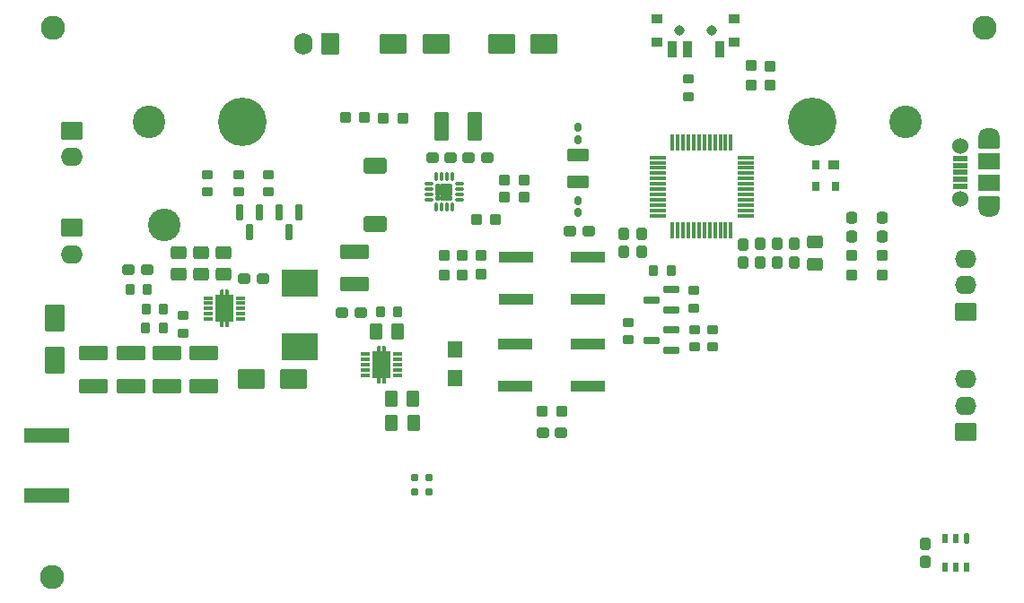
<source format=gts>
G04 #@! TF.GenerationSoftware,KiCad,Pcbnew,7.0.11-2.fc39*
G04 #@! TF.CreationDate,2024-05-02T20:43:30+03:00*
G04 #@! TF.ProjectId,mainboard_v1.1,6d61696e-626f-4617-9264-5f76312e312e,rev?*
G04 #@! TF.SameCoordinates,Original*
G04 #@! TF.FileFunction,Soldermask,Top*
G04 #@! TF.FilePolarity,Negative*
%FSLAX46Y46*%
G04 Gerber Fmt 4.6, Leading zero omitted, Abs format (unit mm)*
G04 Created by KiCad (PCBNEW 7.0.11-2.fc39) date 2024-05-02 20:43:30*
%MOMM*%
%LPD*%
G01*
G04 APERTURE LIST*
G04 Aperture macros list*
%AMRoundRect*
0 Rectangle with rounded corners*
0 $1 Rounding radius*
0 $2 $3 $4 $5 $6 $7 $8 $9 X,Y pos of 4 corners*
0 Add a 4 corners polygon primitive as box body*
4,1,4,$2,$3,$4,$5,$6,$7,$8,$9,$2,$3,0*
0 Add four circle primitives for the rounded corners*
1,1,$1+$1,$2,$3*
1,1,$1+$1,$4,$5*
1,1,$1+$1,$6,$7*
1,1,$1+$1,$8,$9*
0 Add four rect primitives between the rounded corners*
20,1,$1+$1,$2,$3,$4,$5,0*
20,1,$1+$1,$4,$5,$6,$7,0*
20,1,$1+$1,$6,$7,$8,$9,0*
20,1,$1+$1,$8,$9,$2,$3,0*%
%AMFreePoly0*
4,1,45,-0.098130,1.726870,-0.087000,1.700000,-0.087000,1.238000,0.087000,1.238000,0.087000,1.700000,0.098130,1.726870,0.125000,1.738000,0.375000,1.738000,0.401870,1.726870,0.413000,1.700000,0.413000,1.238000,0.825000,1.238000,0.851870,1.226870,0.863000,1.200000,0.863000,-1.200000,0.851870,-1.226870,0.825000,-1.238000,0.413000,-1.238000,0.413000,-1.700000,0.401870,-1.726870,
0.375000,-1.738000,0.125000,-1.738000,0.098130,-1.726870,0.087000,-1.700000,0.087000,-1.238000,-0.087000,-1.238000,-0.087000,-1.700000,-0.098130,-1.726870,-0.125000,-1.738000,-0.375000,-1.738000,-0.401870,-1.726870,-0.413000,-1.700000,-0.413000,-1.238000,-0.825000,-1.238000,-0.851870,-1.226870,-0.863000,-1.200000,-0.863000,1.200000,-0.851870,1.226870,-0.825000,1.238000,-0.413000,1.238000,
-0.413000,1.700000,-0.401870,1.726870,-0.375000,1.738000,-0.125000,1.738000,-0.098130,1.726870,-0.098130,1.726870,$1*%
G04 Aperture macros list end*
%ADD10RoundRect,0.079000X0.369000X0.079000X-0.369000X0.079000X-0.369000X-0.079000X0.369000X-0.079000X0*%
%ADD11C,0.776000*%
%ADD12FreePoly0,180.000000*%
%ADD13RoundRect,0.169000X0.606500X0.169000X-0.606500X0.169000X-0.606500X-0.169000X0.606500X-0.169000X0*%
%ADD14RoundRect,0.261176X0.626824X0.776824X-0.626824X0.776824X-0.626824X-0.776824X0.626824X-0.776824X0*%
%ADD15O,1.776000X2.076000*%
%ADD16C,2.276000*%
%ADD17RoundRect,0.038000X-0.950000X0.550000X-0.950000X-0.550000X0.950000X-0.550000X0.950000X0.550000X0*%
%ADD18RoundRect,0.174000X-0.174000X0.231500X-0.174000X-0.231500X0.174000X-0.231500X0.174000X0.231500X0*%
%ADD19RoundRect,0.264340X-1.123660X0.436160X-1.123660X-0.436160X1.123660X-0.436160X1.123660X0.436160X0*%
%ADD20RoundRect,0.256500X-0.256500X0.319000X-0.256500X-0.319000X0.256500X-0.319000X0.256500X0.319000X0*%
%ADD21RoundRect,0.260556X-1.027444X-0.677444X1.027444X-0.677444X1.027444X0.677444X-1.027444X0.677444X0*%
%ADD22RoundRect,0.219000X-0.219000X-0.294000X0.219000X-0.294000X0.219000X0.294000X-0.219000X0.294000X0*%
%ADD23RoundRect,0.219000X0.294000X-0.219000X0.294000X0.219000X-0.294000X0.219000X-0.294000X-0.219000X0*%
%ADD24RoundRect,0.266170X0.359330X0.496830X-0.359330X0.496830X-0.359330X-0.496830X0.359330X-0.496830X0*%
%ADD25RoundRect,0.256500X-0.319000X-0.256500X0.319000X-0.256500X0.319000X0.256500X-0.319000X0.256500X0*%
%ADD26RoundRect,0.266170X-0.496830X0.359330X-0.496830X-0.359330X0.496830X-0.359330X0.496830X0.359330X0*%
%ADD27RoundRect,0.394000X-0.744000X0.394000X-0.744000X-0.394000X0.744000X-0.394000X0.744000X0.394000X0*%
%ADD28RoundRect,0.038000X-0.125000X-0.350000X0.125000X-0.350000X0.125000X0.350000X-0.125000X0.350000X0*%
%ADD29RoundRect,0.038000X-0.350000X0.125000X-0.350000X-0.125000X0.350000X-0.125000X0.350000X0.125000X0*%
%ADD30RoundRect,0.038000X-0.181250X0.181250X-0.181250X-0.181250X0.181250X-0.181250X0.181250X0.181250X0*%
%ADD31RoundRect,0.169000X-0.169000X0.606500X-0.169000X-0.606500X0.169000X-0.606500X0.169000X0.606500X0*%
%ADD32RoundRect,0.038000X1.600000X0.500000X-1.600000X0.500000X-1.600000X-0.500000X1.600000X-0.500000X0*%
%ADD33RoundRect,0.256500X0.319000X0.256500X-0.319000X0.256500X-0.319000X-0.256500X0.319000X-0.256500X0*%
%ADD34RoundRect,0.256500X-0.256500X0.306500X-0.256500X-0.306500X0.256500X-0.306500X0.256500X0.306500X0*%
%ADD35RoundRect,0.256500X0.269000X0.256500X-0.269000X0.256500X-0.269000X-0.256500X0.269000X-0.256500X0*%
%ADD36RoundRect,0.038000X0.200000X0.430000X-0.200000X0.430000X-0.200000X-0.430000X0.200000X-0.430000X0*%
%ADD37RoundRect,0.038000X0.200000X0.400000X-0.200000X0.400000X-0.200000X-0.400000X0.200000X-0.400000X0*%
%ADD38RoundRect,0.264340X1.123660X-0.436160X1.123660X0.436160X-1.123660X0.436160X-1.123660X-0.436160X0*%
%ADD39RoundRect,0.260556X1.027444X0.677444X-1.027444X0.677444X-1.027444X-0.677444X1.027444X-0.677444X0*%
%ADD40RoundRect,0.038000X0.600000X-0.750000X0.600000X0.750000X-0.600000X0.750000X-0.600000X-0.750000X0*%
%ADD41RoundRect,0.256500X-0.256500X0.269000X-0.256500X-0.269000X0.256500X-0.269000X0.256500X0.269000X0*%
%ADD42RoundRect,0.094000X-0.681500X-0.094000X0.681500X-0.094000X0.681500X0.094000X-0.681500X0.094000X0*%
%ADD43RoundRect,0.094000X-0.094000X-0.681500X0.094000X-0.681500X0.094000X0.681500X-0.094000X0.681500X0*%
%ADD44RoundRect,0.079000X-0.369000X-0.079000X0.369000X-0.079000X0.369000X0.079000X-0.369000X0.079000X0*%
%ADD45FreePoly0,0.000000*%
%ADD46RoundRect,0.256500X0.256500X-0.269000X0.256500X0.269000X-0.256500X0.269000X-0.256500X-0.269000X0*%
%ADD47RoundRect,0.256500X-0.269000X-0.256500X0.269000X-0.256500X0.269000X0.256500X-0.269000X0.256500X0*%
%ADD48RoundRect,0.261176X-0.776824X0.626824X-0.776824X-0.626824X0.776824X-0.626824X0.776824X0.626824X0*%
%ADD49O,2.076000X1.776000*%
%ADD50RoundRect,0.260556X-0.677444X1.027444X-0.677444X-1.027444X0.677444X-1.027444X0.677444X1.027444X0*%
%ADD51RoundRect,0.219000X0.219000X0.294000X-0.219000X0.294000X-0.219000X-0.294000X0.219000X-0.294000X0*%
%ADD52RoundRect,0.038000X0.675000X-0.200000X0.675000X0.200000X-0.675000X0.200000X-0.675000X-0.200000X0*%
%ADD53O,1.976000X1.276000*%
%ADD54RoundRect,0.038000X0.950000X-0.600000X0.950000X0.600000X-0.950000X0.600000X-0.950000X-0.600000X0*%
%ADD55C,1.526000*%
%ADD56RoundRect,0.038000X0.950000X-0.750000X0.950000X0.750000X-0.950000X0.750000X-0.950000X-0.750000X0*%
%ADD57RoundRect,0.261176X0.751824X-0.626824X0.751824X0.626824X-0.751824X0.626824X-0.751824X-0.626824X0*%
%ADD58O,2.026000X1.776000*%
%ADD59RoundRect,0.038000X0.500000X0.400000X-0.500000X0.400000X-0.500000X-0.400000X0.500000X-0.400000X0*%
%ADD60C,0.976000*%
%ADD61RoundRect,0.038000X0.350000X0.750000X-0.350000X0.750000X-0.350000X-0.750000X0.350000X-0.750000X0*%
%ADD62RoundRect,0.219000X-0.294000X0.219000X-0.294000X-0.219000X0.294000X-0.219000X0.294000X0.219000X0*%
%ADD63RoundRect,0.174000X0.174000X-0.231500X0.174000X0.231500X-0.174000X0.231500X-0.174000X-0.231500X0*%
%ADD64RoundRect,0.038000X-0.500000X0.350000X-0.500000X-0.350000X0.500000X-0.350000X0.500000X0.350000X0*%
%ADD65RoundRect,0.038000X-0.300000X0.350000X-0.300000X-0.350000X0.300000X-0.350000X0.300000X0.350000X0*%
%ADD66RoundRect,0.038000X-1.625000X1.250000X-1.625000X-1.250000X1.625000X-1.250000X1.625000X1.250000X0*%
%ADD67RoundRect,0.264340X-0.436160X-1.123660X0.436160X-1.123660X0.436160X1.123660X-0.436160X1.123660X0*%
%ADD68C,4.576000*%
%ADD69C,3.076000*%
%ADD70RoundRect,0.038000X2.100000X-0.675000X2.100000X0.675000X-2.100000X0.675000X-2.100000X-0.675000X0*%
G04 APERTURE END LIST*
D10*
X161666250Y-70463750D03*
X161666250Y-69963750D03*
X161666250Y-69463750D03*
X161666250Y-68963750D03*
X161666250Y-68463750D03*
X158646250Y-68463750D03*
X158646250Y-68963750D03*
X158646250Y-69463750D03*
X158646250Y-69963750D03*
X158646250Y-70463750D03*
D11*
X160166250Y-69483750D03*
D12*
X160156250Y-69463750D03*
D13*
X187467500Y-68110000D03*
X187467500Y-66210000D03*
X185592500Y-67160000D03*
D14*
X155300000Y-39200000D03*
D15*
X152800000Y-39200000D03*
D16*
X129140000Y-37690000D03*
D17*
X178720000Y-49700000D03*
X178720000Y-52200000D03*
D18*
X178690000Y-53952500D03*
X178690000Y-55087500D03*
D19*
X132980000Y-68397500D03*
X132980000Y-71522500D03*
D20*
X199086250Y-58073750D03*
X199086250Y-59798750D03*
D21*
X171500000Y-39210000D03*
X175500000Y-39210000D03*
D22*
X185825000Y-60610000D03*
X187475000Y-60610000D03*
D23*
X143740000Y-53155000D03*
X143740000Y-51505000D03*
D24*
X163137500Y-72680000D03*
X161062500Y-72680000D03*
D25*
X147217500Y-61320000D03*
X148942500Y-61320000D03*
D26*
X145273750Y-58888750D03*
X145273750Y-60963750D03*
D25*
X175387500Y-75890000D03*
X177112500Y-75890000D03*
D27*
X159557500Y-50690000D03*
X159557500Y-56190000D03*
D28*
X166806250Y-51713750D03*
X166306250Y-51713750D03*
X165806250Y-51713750D03*
X165306250Y-51713750D03*
D29*
X164606250Y-52413750D03*
X164606250Y-52913750D03*
X164606250Y-53413750D03*
X164606250Y-53913750D03*
D28*
X165306250Y-54613750D03*
X165806250Y-54613750D03*
X166306250Y-54613750D03*
X166806250Y-54613750D03*
D29*
X167506250Y-53913750D03*
X167506250Y-53413750D03*
X167506250Y-52913750D03*
X167506250Y-52413750D03*
D30*
X166600000Y-52620000D03*
X166237500Y-52620000D03*
X165875000Y-52620000D03*
X165512500Y-52620000D03*
X166600000Y-52982500D03*
X166237500Y-52982500D03*
X165875000Y-52982500D03*
X165512500Y-52982500D03*
X166600000Y-53345000D03*
X166237500Y-53345000D03*
X165875000Y-53345000D03*
X165512500Y-53345000D03*
X166600000Y-53707500D03*
X166237500Y-53707500D03*
X165875000Y-53707500D03*
X165512500Y-53707500D03*
D20*
X183036250Y-57113750D03*
X183036250Y-58838750D03*
D23*
X183417500Y-67155000D03*
X183417500Y-65505000D03*
D31*
X152360000Y-55082500D03*
X150460000Y-55082500D03*
X151410000Y-56957500D03*
D16*
X217040000Y-37690000D03*
D32*
X179630000Y-63310000D03*
X172830000Y-63310000D03*
X179630000Y-59310000D03*
X172830000Y-59310000D03*
D33*
X179682500Y-56910000D03*
X177957500Y-56910000D03*
D34*
X204470000Y-55635000D03*
X204470000Y-57385000D03*
D35*
X173592500Y-52060000D03*
X171767500Y-52060000D03*
D33*
X166682500Y-49930000D03*
X164957500Y-49930000D03*
D19*
X136490000Y-68407500D03*
X136490000Y-71532500D03*
D36*
X215340000Y-85910000D03*
D37*
X214340000Y-85910000D03*
X213340000Y-85910000D03*
X213340000Y-88610000D03*
X214340000Y-88610000D03*
X215340000Y-88610000D03*
D38*
X157590000Y-61902500D03*
X157590000Y-58777500D03*
D39*
X165277500Y-39200000D03*
X161277500Y-39200000D03*
D35*
X173592500Y-53640000D03*
X171767500Y-53640000D03*
D16*
X129076250Y-89513750D03*
D40*
X167086250Y-70773750D03*
X167086250Y-68073750D03*
D21*
X147870000Y-70840000D03*
X151870000Y-70840000D03*
D41*
X194982500Y-41237500D03*
X194982500Y-43062500D03*
D20*
X197446250Y-58093750D03*
X197446250Y-59818750D03*
D35*
X162147500Y-46170000D03*
X160322500Y-46170000D03*
D13*
X187482500Y-64300000D03*
X187482500Y-62400000D03*
X185607500Y-63350000D03*
D42*
X186187500Y-49900000D03*
X186187500Y-50400000D03*
X186187500Y-50900000D03*
X186187500Y-51400000D03*
X186187500Y-51900000D03*
X186187500Y-52400000D03*
X186187500Y-52900000D03*
X186187500Y-53400000D03*
X186187500Y-53900000D03*
X186187500Y-54400000D03*
X186187500Y-54900000D03*
X186187500Y-55400000D03*
D43*
X187600000Y-56812500D03*
X188100000Y-56812500D03*
X188600000Y-56812500D03*
X189100000Y-56812500D03*
X189600000Y-56812500D03*
X190100000Y-56812500D03*
X190600000Y-56812500D03*
X191100000Y-56812500D03*
X191600000Y-56812500D03*
X192100000Y-56812500D03*
X192600000Y-56812500D03*
X193100000Y-56812500D03*
D42*
X194512500Y-55400000D03*
X194512500Y-54900000D03*
X194512500Y-54400000D03*
X194512500Y-53900000D03*
X194512500Y-53400000D03*
X194512500Y-52900000D03*
X194512500Y-52400000D03*
X194512500Y-51900000D03*
X194512500Y-51400000D03*
X194512500Y-50900000D03*
X194512500Y-50400000D03*
X194512500Y-49900000D03*
D43*
X193100000Y-48487500D03*
X192600000Y-48487500D03*
X192100000Y-48487500D03*
X191600000Y-48487500D03*
X191100000Y-48487500D03*
X190600000Y-48487500D03*
X190100000Y-48487500D03*
X189600000Y-48487500D03*
X189100000Y-48487500D03*
X188600000Y-48487500D03*
X188100000Y-48487500D03*
X187600000Y-48487500D03*
D44*
X143806250Y-63183750D03*
X143806250Y-63683750D03*
X143806250Y-64183750D03*
X143806250Y-64683750D03*
X143806250Y-65183750D03*
X146826250Y-65183750D03*
X146826250Y-64683750D03*
X146826250Y-64183750D03*
X146826250Y-63683750D03*
X146826250Y-63183750D03*
D11*
X145306250Y-64163750D03*
D45*
X145316250Y-64183750D03*
D41*
X196812500Y-41267500D03*
X196812500Y-43092500D03*
X167756250Y-59161250D03*
X167756250Y-60986250D03*
D25*
X136292500Y-60500000D03*
X138017500Y-60500000D03*
D34*
X207400000Y-55622500D03*
X207400000Y-57372500D03*
D46*
X204470000Y-61012500D03*
X204470000Y-59187500D03*
D47*
X169097500Y-55810000D03*
X170922500Y-55810000D03*
D20*
X211450000Y-86387500D03*
X211450000Y-88112500D03*
D48*
X130910000Y-56570000D03*
D49*
X130910000Y-59070000D03*
D24*
X163147500Y-74970000D03*
X161072500Y-74970000D03*
D50*
X129290000Y-65060000D03*
X129290000Y-69060000D03*
D48*
X130900000Y-47360000D03*
D49*
X130900000Y-49860000D03*
D46*
X207380000Y-61007500D03*
X207380000Y-59182500D03*
D20*
X194236250Y-58122750D03*
X194236250Y-59847750D03*
D26*
X140970000Y-58892500D03*
X140970000Y-60967500D03*
D51*
X161691250Y-64513750D03*
X160041250Y-64513750D03*
D52*
X214777500Y-52610000D03*
X214777500Y-51960000D03*
X214777500Y-51310000D03*
X214777500Y-50660000D03*
X214777500Y-50010000D03*
D53*
X217477500Y-54810000D03*
D54*
X217477500Y-54210000D03*
D55*
X214777500Y-53810000D03*
D56*
X217477500Y-52310000D03*
X217477500Y-50310000D03*
D55*
X214777500Y-48810000D03*
D54*
X217477500Y-48410000D03*
D53*
X217477500Y-47810000D03*
D31*
X148650000Y-55062500D03*
X146750000Y-55062500D03*
X147700000Y-56937500D03*
D57*
X215220000Y-75860000D03*
D58*
X215220000Y-73360000D03*
X215220000Y-70860000D03*
D20*
X195846250Y-58093750D03*
X195846250Y-59818750D03*
D47*
X175297500Y-73910000D03*
X177122500Y-73910000D03*
D26*
X143100000Y-58892500D03*
X143100000Y-60967500D03*
D51*
X138040000Y-62340000D03*
X136390000Y-62340000D03*
D26*
X201040000Y-57888750D03*
X201040000Y-59963750D03*
D59*
X193430000Y-39040000D03*
X193430000Y-36830000D03*
D60*
X191280000Y-37930000D03*
X188280000Y-37930000D03*
D59*
X186130000Y-39040000D03*
X186130000Y-36830000D03*
D61*
X192030000Y-39690000D03*
X189030000Y-39690000D03*
X187530000Y-39690000D03*
D62*
X149480000Y-51515000D03*
X149480000Y-53165000D03*
D46*
X169526250Y-60966250D03*
X169526250Y-59141250D03*
D20*
X184706250Y-57106250D03*
X184706250Y-58831250D03*
D24*
X161687500Y-66320000D03*
X159612500Y-66320000D03*
D51*
X139568750Y-64213750D03*
X137918750Y-64213750D03*
D25*
X168367500Y-49930000D03*
X170092500Y-49930000D03*
D23*
X189570000Y-64125000D03*
X189570000Y-62475000D03*
D35*
X158557500Y-46150000D03*
X156732500Y-46150000D03*
D63*
X178720000Y-48197500D03*
X178720000Y-47062500D03*
D32*
X179580000Y-71560000D03*
X172780000Y-71560000D03*
X179580000Y-67560000D03*
X172780000Y-67560000D03*
D22*
X137878750Y-66003750D03*
X139528750Y-66003750D03*
D64*
X202810000Y-50640000D03*
D65*
X201110000Y-50640000D03*
X201110000Y-52640000D03*
X203010000Y-52640000D03*
D19*
X143370000Y-68387500D03*
X143370000Y-71512500D03*
D66*
X152450000Y-61820000D03*
X152450000Y-67820000D03*
D23*
X189660000Y-67825000D03*
X189660000Y-66175000D03*
D46*
X166066250Y-60986250D03*
X166066250Y-59161250D03*
D62*
X191420000Y-66147500D03*
X191420000Y-67797500D03*
D67*
X165827500Y-46950000D03*
X168952500Y-46950000D03*
D62*
X189132500Y-42520000D03*
X189132500Y-44170000D03*
D19*
X139930000Y-68397500D03*
X139930000Y-71522500D03*
D57*
X215295000Y-64490000D03*
D58*
X215295000Y-61990000D03*
X215295000Y-59490000D03*
D33*
X158152500Y-64580000D03*
X156427500Y-64580000D03*
D62*
X146640000Y-51525000D03*
X146640000Y-53175000D03*
X141453750Y-64863750D03*
X141453750Y-66513750D03*
D68*
X200746250Y-46553750D03*
X147046250Y-46553750D03*
D69*
X139646250Y-56253750D03*
X138196250Y-46553750D03*
X209596250Y-46553750D03*
D11*
X164631250Y-80128750D03*
X163281250Y-80128750D03*
X164631250Y-81478750D03*
X163281250Y-81478750D03*
D70*
X128592500Y-81865000D03*
X128592500Y-76215000D03*
M02*

</source>
